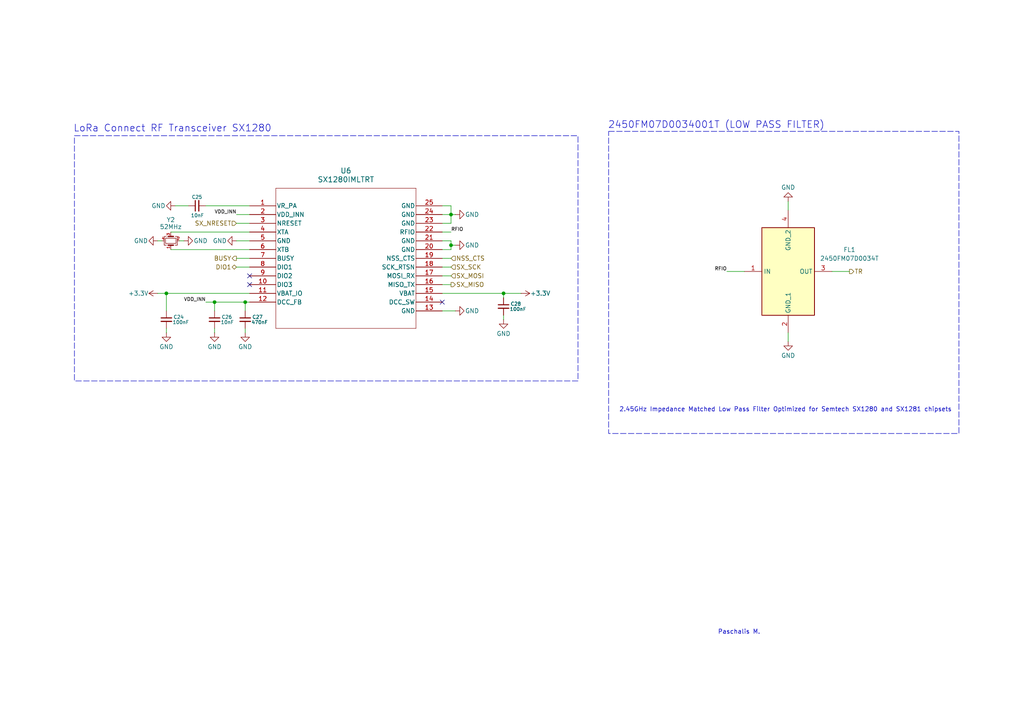
<source format=kicad_sch>
(kicad_sch (version 20231120) (generator "eeschema") (generator_version "8.0")
  (paper "A4")
  (title_block (date "05-01-2025") (rev "1.0") (company "https://github.com/Paschalis") (comment 2 "capabilities in LoRa communication, making it ideal for reliable telemetry.") (comment 3 "The SX1280 is used for its long-range, low-power, and high-performance "))
  (lib_symbols
    (symbol "2450FM07D0034T:2450FM07D0034T"
      (property "Reference" "FL" (at 21.59 17.78 0))
      (property "Value" "2450FM07D0034T" (at 21.59 15.24 0))
      (symbol "2450FM07D0034T_1_1"
        (rectangle (start 5.08 12.7) (end 20.32 -12.7) (stroke (width 0.254)) (fill (type background)))
        (pin passive line (at 0 0 0) (length 5.08) (name "IN") (number "1"))
        (pin passive line (at 12.7 -17.78 90) (length 5.08) (name "GND_1") (number "2"))
        (pin passive line (at 25.4 0 180) (length 5.08) (name "OUT") (number "3"))
        (pin passive line (at 12.7 17.78 270) (length 5.08) (name "GND_2") (number "4"))
      )
    )
    (symbol "Device:C_Small" (pin_numbers hide) (pin_names (offset 0.254) hide)
      (property "Reference" "C" (at 0.254 1.778 0))
      (property "Value" "C_Small" (at 0.254 -2.032 0))
      (symbol "C_Small_0_1"
        (polyline (pts (xy -1.524 -0.508) (xy 1.524 -0.508)) (stroke (width 0.3302)))
        (polyline (pts (xy -1.524 0.508) (xy 1.524 0.508)) (stroke (width 0.3048)))
      )
      (symbol "C_Small_1_1"
        (pin passive line (at 0 2.54 270) (length 2.032) (name "~") (number "1"))
        (pin passive line (at 0 -2.54 90) (length 2.032) (name "~") (number "2"))
      )
    )
    (symbol "Device:Crystal_GND24_Small" (pin_names (offset 1.016) hide)
      (property "Reference" "Y" (at 1.27 4.445 0))
      (property "Value" "Crystal_GND24_Small" (at 1.27 2.54 0))
      (symbol "Crystal_GND24_Small_0_1"
        (rectangle (start -0.762 -1.524) (end 0.762 1.524))
        (polyline (pts (xy -1.27 -0.762) (xy -1.27 0.762)) (stroke (width 0.381)))
        (polyline (pts (xy 1.27 -0.762) (xy 1.27 0.762)) (stroke (width 0.381)))
        (polyline (pts (xy -1.27 -1.27) (xy -1.27 -1.905) (xy 1.27 -1.905) (xy 1.27 -1.27)))
        (polyline (pts (xy -1.27 1.27) (xy -1.27 1.905) (xy 1.27 1.905) (xy 1.27 1.27)))
      )
      (symbol "Crystal_GND24_Small_1_1"
        (pin passive line (at -2.54 0 0) (length 1.27) (name "1") (number "1"))
        (pin passive line (at 0 -2.54 90) (length 0.635) (name "2") (number "2"))
        (pin passive line (at 2.54 0 180) (length 1.27) (name "3") (number "3"))
        (pin passive line (at 0 2.54 270) (length 0.635) (name "4") (number "4"))
      )
    )
    (symbol "SX1280IMLTRT:SX1280IMLTRT" (pin_names (offset 0.254))
      (property "Reference" "U" (at 27.94 10.16 0))
      (property "Value" "SX1280IMLTRT" (at 27.94 7.62 0))
      (symbol "SX1280IMLTRT_0_1"
        (polyline (pts (xy 7.62 -35.56) (xy 48.26 -35.56)) (stroke (width 0.127)))
        (polyline (pts (xy 7.62 5.08) (xy 7.62 -35.56)) (stroke (width 0.127)))
        (polyline (pts (xy 48.26 -35.56) (xy 48.26 5.08)) (stroke (width 0.127)))
        (polyline (pts (xy 48.26 5.08) (xy 7.62 5.08)) (stroke (width 0.127)))
        (pin power_in line (at 0 0 0) (length 7.62) (name "VR_PA") (number "1"))
        (pin bidirectional line (at 0 -22.86 0) (length 7.62) (name "DIO3") (number "10"))
        (pin power_in line (at 0 -25.4 0) (length 7.62) (name "VBAT_IO") (number "11"))
        (pin output line (at 0 -27.94 0) (length 7.62) (name "DCC_FB") (number "12"))
        (pin power_out line (at 55.88 -30.48 180) (length 7.62) (name "GND") (number "13"))
        (pin output line (at 55.88 -27.94 180) (length 7.62) (name "DCC_SW") (number "14"))
        (pin power_in line (at 55.88 -25.4 180) (length 7.62) (name "VBAT") (number "15"))
        (pin output line (at 55.88 -22.86 180) (length 7.62) (name "MISO_TX") (number "16"))
        (pin input line (at 55.88 -20.32 180) (length 7.62) (name "MOSI_RX") (number "17"))
        (pin input line (at 55.88 -17.78 180) (length 7.62) (name "SCK_RTSN") (number "18"))
        (pin input line (at 55.88 -15.24 180) (length 7.62) (name "NSS_CTS") (number "19"))
        (pin power_in line (at 0 -2.54 0) (length 7.62) (name "VDD_INN") (number "2"))
        (pin power_out line (at 55.88 -12.7 180) (length 7.62) (name "GND") (number "20"))
        (pin power_out line (at 55.88 -10.16 180) (length 7.62) (name "GND") (number "21"))
        (pin bidirectional line (at 55.88 -7.62 180) (length 7.62) (name "RFIO") (number "22"))
        (pin power_out line (at 55.88 -5.08 180) (length 7.62) (name "GND") (number "23"))
        (pin power_out line (at 55.88 -2.54 180) (length 7.62) (name "GND") (number "24"))
        (pin power_out line (at 55.88 0 180) (length 7.62) (name "GND") (number "25"))
        (pin input line (at 0 -5.08 0) (length 7.62) (name "NRESET") (number "3"))
        (pin bidirectional line (at 0 -7.62 0) (length 7.62) (name "XTA") (number "4"))
        (pin power_out line (at 0 -10.16 0) (length 7.62) (name "GND") (number "5"))
        (pin bidirectional line (at 0 -12.7 0) (length 7.62) (name "XTB") (number "6"))
        (pin output line (at 0 -15.24 0) (length 7.62) (name "BUSY") (number "7"))
        (pin bidirectional line (at 0 -17.78 0) (length 7.62) (name "DIO1") (number "8"))
        (pin bidirectional line (at 0 -20.32 0) (length 7.62) (name "DIO2") (number "9"))
      )
    )
    (symbol "power:+3.3V" (power) (pin_numbers hide) (pin_names (offset 0) hide)
      (property "Value" "+3.3V" (at 0 3.556 0))
      (symbol "+3.3V_0_1"
        (polyline (pts (xy -0.762 1.27) (xy 0 2.54)))
        (polyline (pts (xy 0 0) (xy 0 2.54)))
        (polyline (pts (xy 0 2.54) (xy 0.762 1.27)))
      )
      (symbol "+3.3V_1_1"
        (pin power_in line (at 0 0 90) (length 0) (name "~") (number "1"))
      )
    )
    (symbol "power:GND" (power) (pin_numbers hide) (pin_names (offset 0) hide)
      (property "Value" "GND" (at 0 -3.81 0))
      (symbol "GND_0_1"
        (polyline (pts (xy 0 0) (xy 0 -1.27) (xy 1.27 -1.27) (xy 0 -2.54) (xy -1.27 -1.27) (xy 0 -1.27)))
      )
      (symbol "GND_1_1"
        (pin power_in line (at 0 0 270) (length 0) (name "~") (number "1"))
      )
    )
  )
  (junction (at 62.23 87.63))
  (junction (at 71.12 87.63))
  (junction (at 146.05 85.09))
  (junction (at 48.26 85.09))
  (junction (at 130.81 62.23))
  (junction (at 130.81 71.12))
  (no_connect (at 72.39 80.01))
  (no_connect (at 72.39 82.55))
  (no_connect (at 128.27 87.63))
  (wire (pts (xy 59.69 59.69) (xy 72.39 59.69)))
  (wire (pts (xy 228.6 58.42) (xy 228.6 60.96)))
  (wire (pts (xy 68.58 62.23) (xy 72.39 62.23)))
  (wire (pts (xy 45.72 69.85) (xy 46.99 69.85)))
  (wire (pts (xy 128.27 80.01) (xy 130.81 80.01)))
  (wire (pts (xy 130.81 72.39) (xy 130.81 71.12)))
  (wire (pts (xy 50.8 59.69) (xy 54.61 59.69)))
  (wire (pts (xy 130.81 71.12) (xy 132.08 71.12)))
  (wire (pts (xy 128.27 90.17) (xy 132.08 90.17)))
  (wire (pts (xy 48.26 85.09) (xy 72.39 85.09)))
  (wire (pts (xy 146.05 85.09) (xy 146.05 86.36)))
  (wire (pts (xy 49.53 72.39) (xy 72.39 72.39)))
  (wire (pts (xy 210.82 78.74) (xy 215.9 78.74)))
  (wire (pts (xy 71.12 87.63) (xy 71.12 90.17)))
  (wire (pts (xy 128.27 82.55) (xy 130.81 82.55)))
  (wire (pts (xy 130.81 59.69) (xy 130.81 62.23)))
  (wire (pts (xy 130.81 69.85) (xy 128.27 69.85)))
  (wire (pts (xy 71.12 95.25) (xy 71.12 96.52)))
  (wire (pts (xy 241.3 78.74) (xy 246.38 78.74)))
  (wire (pts (xy 128.27 77.47) (xy 130.81 77.47)))
  (wire (pts (xy 68.58 77.47) (xy 72.39 77.47)))
  (wire (pts (xy 128.27 64.77) (xy 130.81 64.77)))
  (wire (pts (xy 146.05 91.44) (xy 146.05 92.71)))
  (wire (pts (xy 128.27 67.31) (xy 130.81 67.31)))
  (wire (pts (xy 128.27 85.09) (xy 146.05 85.09)))
  (wire (pts (xy 71.12 87.63) (xy 72.39 87.63)))
  (wire (pts (xy 62.23 87.63) (xy 71.12 87.63)))
  (wire (pts (xy 48.26 85.09) (xy 48.26 90.17)))
  (wire (pts (xy 128.27 74.93) (xy 130.81 74.93)))
  (wire (pts (xy 228.6 96.52) (xy 228.6 99.06)))
  (wire (pts (xy 62.23 87.63) (xy 62.23 90.17)))
  (wire (pts (xy 130.81 71.12) (xy 130.81 69.85)))
  (wire (pts (xy 130.81 62.23) (xy 132.08 62.23)))
  (wire (pts (xy 68.58 74.93) (xy 72.39 74.93)))
  (wire (pts (xy 128.27 72.39) (xy 130.81 72.39)))
  (wire (pts (xy 68.58 64.77) (xy 72.39 64.77)))
  (wire (pts (xy 130.81 64.77) (xy 130.81 62.23)))
  (wire (pts (xy 68.58 69.85) (xy 72.39 69.85)))
  (wire (pts (xy 49.53 67.31) (xy 72.39 67.31)))
  (wire (pts (xy 62.23 95.25) (xy 62.23 96.52)))
  (wire (pts (xy 128.27 59.69) (xy 130.81 59.69)))
  (wire (pts (xy 146.05 85.09) (xy 151.13 85.09)))
  (wire (pts (xy 52.07 69.85) (xy 53.34 69.85)))
  (wire (pts (xy 128.27 62.23) (xy 130.81 62.23)))
  (wire (pts (xy 48.26 95.25) (xy 48.26 96.52)))
  (wire (pts (xy 59.69 87.63) (xy 62.23 87.63)))
  (wire (pts (xy 45.72 85.09) (xy 48.26 85.09)))
  (rectangle (start 21.59 39.37) (end 167.64 110.49) (stroke (width 0) (type dash)))
  (rectangle (start 176.53 38.1) (end 278.13 125.73) (stroke (width 0) (type dash)))
  (text "Paschalis M." (at 214.376 183.388 0) (effects (font (size 1.27 1.27))))
  (text "2.45GHz Impedance Matched Low Pass Filter Optimized for Semtech SX1280 and SX1281 chipsets" (at 227.838 118.872 0) (effects (font (size 1.27 1.27))))
  (text "LoRa Connect RF Transceiver SX1280" (at 50.038 37.338 0) (effects (font (size 2 2))))
  (text "2450FM07D0034001T (LOW PASS FILTER)" (at 207.772 36.322 0) (effects (font (size 2 2))))
  (label "VDD_INN" (at 59.69 87.63 180) (effects (font (size 1 1))))
  (label "VDD_INN" (at 68.58 62.23 180) (effects (font (size 1 1))))
  (label "RFIO" (at 210.82 78.74 180) (effects (font (size 1 1))))
  (label "RFIO" (at 130.81 67.31 0) (effects (font (size 1 1))))
  (hierarchical_label "SX_SCK" (shape input) (at 130.81 77.47 0))
  (hierarchical_label "DIO1" (shape bidirectional) (at 68.58 77.47 180))
  (hierarchical_label "SX_NRESET" (shape input) (at 68.58 64.77 180))
  (hierarchical_label "SX_MISO" (shape output) (at 130.81 82.55 0))
  (hierarchical_label "NSS_CTS" (shape input) (at 130.81 74.93 0))
  (hierarchical_label "BUSY" (shape output) (at 68.58 74.93 180))
  (hierarchical_label "SX_MOSI" (shape input) (at 130.81 80.01 0))
  (hierarchical_label "TR" (shape output) (at 246.38 78.74 0))
  (symbol (lib_id "power:+3.3V") (at 45.72 85.09 90) (mirror x) (unit 1)
    (property "Reference" "#PWR052" (effects (hide yes)))
    (property "Value" "+3.3V" (at 40.132 85.09 90))
    (property "Description" "Power symbol creates a global label with name \"+3.3V\"" (effects (hide yes)))
  )
  (symbol (lib_id "power:GND") (at 50.8 59.69 270) (mirror x) (unit 1)
    (property "Reference" "#PWR054" (effects (hide yes)))
    (property "Value" "GND" (at 48.006 59.69 90) (effects (justify right)))
    (property "Description" "Power symbol creates a global label with name \"GND\" , ground" (effects (hide yes)))
  )
  (symbol (lib_id "Device:C_Small") (at 71.12 92.71 0) (unit 1)
    (property "Reference" "C27" (at 73.152 91.948 0) (effects (font (size 1 1)) (justify left)))
    (property "Value" "470nF" (at 72.898 93.472 0) (effects (font (size 1 1)) (justify left)))
    (property "Footprint" "Capacitor_SMD:C_0805_2012Metric_Pad1.18x1.45mm_HandSolder" (effects (hide yes)))
    (property "Description" "Unpolarized capacitor, small symbol" (effects (hide yes)))
  )
  (symbol (lib_id "power:GND") (at 146.05 92.71 0) (unit 1)
    (property "Reference" "#PWR062" (effects (hide yes)))
    (property "Value" "GND" (at 146.05 96.774 0))
    (property "Description" "Power symbol creates a global label with name \"GND\" , ground" (effects (hide yes)))
  )
  (symbol (lib_id "Device:C_Small") (at 48.26 92.71 0) (unit 1)
    (property "Reference" "C24" (at 50.292 91.948 0) (effects (font (size 1 1)) (justify left)))
    (property "Value" "100nF" (at 50.038 93.472 0) (effects (font (size 1 1)) (justify left)))
    (property "Footprint" "Capacitor_SMD:C_0805_2012Metric_Pad1.18x1.45mm_HandSolder" (effects (hide yes)))
    (property "Description" "Unpolarized capacitor, small symbol" (effects (hide yes)))
  )
  (symbol (lib_id "power:GND") (at 228.6 99.06 0) (unit 1)
    (property "Reference" "#PWR065" (effects (hide yes)))
    (property "Value" "GND" (at 228.6 103.124 0))
    (property "Description" "Power symbol creates a global label with name \"GND\" , ground" (effects (hide yes)))
  )
  (symbol (lib_id "power:GND") (at 48.26 96.52 0) (unit 1)
    (property "Reference" "#PWR053" (effects (hide yes)))
    (property "Value" "GND" (at 48.26 100.584 0))
    (property "Description" "Power symbol creates a global label with name \"GND\" , ground" (effects (hide yes)))
  )
  (symbol (lib_id "Device:C_Small") (at 57.15 59.69 90) (unit 1)
    (property "Reference" "C25" (at 58.674 57.15 90) (effects (font (size 1 1)) (justify left)))
    (property "Value" "10nF" (at 59.182 62.484 90) (effects (font (size 1 1)) (justify left)))
    (property "Footprint" "Capacitor_SMD:C_0805_2012Metric_Pad1.18x1.45mm_HandSolder" (effects (hide yes)))
    (property "Description" "Unpolarized capacitor, small symbol" (effects (hide yes)))
  )
  (symbol (lib_id "power:GND") (at 53.34 69.85 90) (unit 1)
    (property "Reference" "#PWR055" (effects (hide yes)))
    (property "Value" "GND" (at 56.134 69.85 90) (effects (justify right)))
    (property "Description" "Power symbol creates a global label with name \"GND\" , ground" (effects (hide yes)))
  )
  (symbol (lib_id "power:GND") (at 132.08 62.23 90) (unit 1)
    (property "Reference" "#PWR059" (effects (hide yes)))
    (property "Value" "GND" (at 134.874 62.23 90) (effects (justify right)))
    (property "Description" "Power symbol creates a global label with name \"GND\" , ground" (effects (hide yes)))
  )
  (symbol (lib_id "2450FM07D0034T:2450FM07D0034T") (at 215.9 78.74 0) (unit 1)
    (property "Reference" "FL1" (at 246.38 72.4214 0))
    (property "Value" "2450FM07D0034T" (at 246.38 74.9614 0))
    (property "Footprint" "2450FM07D0034T:2450FM07D0034T" (effects (hide yes)))
    (property "Datasheet" "https://www.mouser.co.uk/datasheet/2/611/2450FM07D0034-1375634.pdf" (effects (hide yes)))
    (property "Description" "Signal Conditioning Mini 2.45GHz Imped Matchd Frnt-End Fltr" (effects (hide yes)))
    (property "Height" "0.4" (effects (hide yes)))
    (property "Mouser Part Number" "609-2450FM07D0034T" (effects (hide yes)))
    (property "Mouser Price/Stock" "https://www.mouser.co.uk/ProductDetail/Johanson-Technology/2450FM07D0034T?qs=%252BEew9%252B0nqrBEY7VUloPs4Q%3D%3D" (effects (hide yes)))
    (property "Manufacturer_Name" "JOHANSON TECHNOLOGY" (effects (hide yes)))
    (property "Manufacturer_Part_Number" "2450FM07D0034T" (effects (hide yes)))
  )
  (symbol (lib_id "power:GND") (at 68.58 69.85 270) (mirror x) (unit 1)
    (property "Reference" "#PWR057" (effects (hide yes)))
    (property "Value" "GND" (at 65.786 69.85 90) (effects (justify right)))
    (property "Description" "Power symbol creates a global label with name \"GND\" , ground" (effects (hide yes)))
  )
  (symbol (lib_id "power:GND") (at 71.12 96.52 0) (unit 1)
    (property "Reference" "#PWR058" (effects (hide yes)))
    (property "Value" "GND" (at 71.12 100.584 0))
    (property "Description" "Power symbol creates a global label with name \"GND\" , ground" (effects (hide yes)))
  )
  (symbol (lib_id "SX1280IMLTRT:SX1280IMLTRT") (at 72.39 59.69 0) (unit 1)
    (property "Reference" "U6" (at 100.33 49.53 0) (effects (font (size 1.524 1.524))))
    (property "Value" "SX1280IMLTRT" (at 100.33 52.07 0) (effects (font (size 1.524 1.524))))
    (property "Footprint" "SX1280IMLTRT:QFN24_4X4_SEM" (effects (hide yes)))
    (property "Datasheet" "SX1280IMLTRT" (effects (hide yes)))
  )
  (symbol (lib_id "power:GND") (at 228.6 58.42 0) (mirror x) (unit 1)
    (property "Reference" "#PWR064" (effects (hide yes)))
    (property "Value" "GND" (at 228.6 54.356 0))
    (property "Description" "Power symbol creates a global label with name \"GND\" , ground" (effects (hide yes)))
  )
  (symbol (lib_id "Device:Crystal_GND24_Small") (at 49.53 69.85 90) (unit 1)
    (property "Reference" "Y2" (at 49.53 63.754 90))
    (property "Value" "52MHz" (at 49.53 65.786 90))
    (property "Footprint" "Crystal:Crystal_SMD_2016-4Pin_2.0x1.6mm" (effects (hide yes)))
    (property "Description" "Four pin crystal, GND on pins 2 and 4, small symbol" (effects (hide yes)))
  )
  (symbol (lib_id "power:GND") (at 132.08 71.12 90) (unit 1)
    (property "Reference" "#PWR060" (effects (hide yes)))
    (property "Value" "GND" (at 134.874 71.12 90) (effects (justify right)))
    (property "Description" "Power symbol creates a global label with name \"GND\" , ground" (effects (hide yes)))
  )
  (symbol (lib_id "Device:C_Small") (at 146.05 88.9 0) (unit 1)
    (property "Reference" "C28" (at 148.082 88.138 0) (effects (font (size 1 1)) (justify left)))
    (property "Value" "100nF" (at 147.828 89.662 0) (effects (font (size 1 1)) (justify left)))
    (property "Footprint" "Capacitor_SMD:C_0805_2012Metric_Pad1.18x1.45mm_HandSolder" (effects (hide yes)))
    (property "Description" "Unpolarized capacitor, small symbol" (effects (hide yes)))
  )
  (symbol (lib_id "power:GND") (at 132.08 90.17 90) (unit 1)
    (property "Reference" "#PWR061" (effects (hide yes)))
    (property "Value" "GND" (at 134.874 90.17 90) (effects (justify right)))
    (property "Description" "Power symbol creates a global label with name \"GND\" , ground" (effects (hide yes)))
  )
  (symbol (lib_id "power:+3.3V") (at 151.13 85.09 270) (unit 1)
    (property "Reference" "#PWR063" (effects (hide yes)))
    (property "Value" "+3.3V" (at 156.718 85.09 90))
    (property "Description" "Power symbol creates a global label with name \"+3.3V\"" (effects (hide yes)))
  )
  (symbol (lib_id "power:GND") (at 62.23 96.52 0) (unit 1)
    (property "Reference" "#PWR056" (effects (hide yes)))
    (property "Value" "GND" (at 62.23 100.584 0))
    (property "Description" "Power symbol creates a global label with name \"GND\" , ground" (effects (hide yes)))
  )
  (symbol (lib_id "Device:C_Small") (at 62.23 92.71 0) (unit 1)
    (property "Reference" "C26" (at 64.262 91.948 0) (effects (font (size 1 1)) (justify left)))
    (property "Value" "10nF" (at 64.008 93.472 0) (effects (font (size 1 1)) (justify left)))
    (property "Footprint" "Capacitor_SMD:C_0805_2012Metric_Pad1.18x1.45mm_HandSolder" (effects (hide yes)))
    (property "Description" "Unpolarized capacitor, small symbol" (effects (hide yes)))
  )
  (symbol (lib_id "power:GND") (at 45.72 69.85 270) (mirror x) (unit 1)
    (property "Reference" "#PWR051" (effects (hide yes)))
    (property "Value" "GND" (at 42.926 69.85 90) (effects (justify right)))
    (property "Description" "Power symbol creates a global label with name \"GND\" , ground" (effects (hide yes)))
  )
)
</source>
